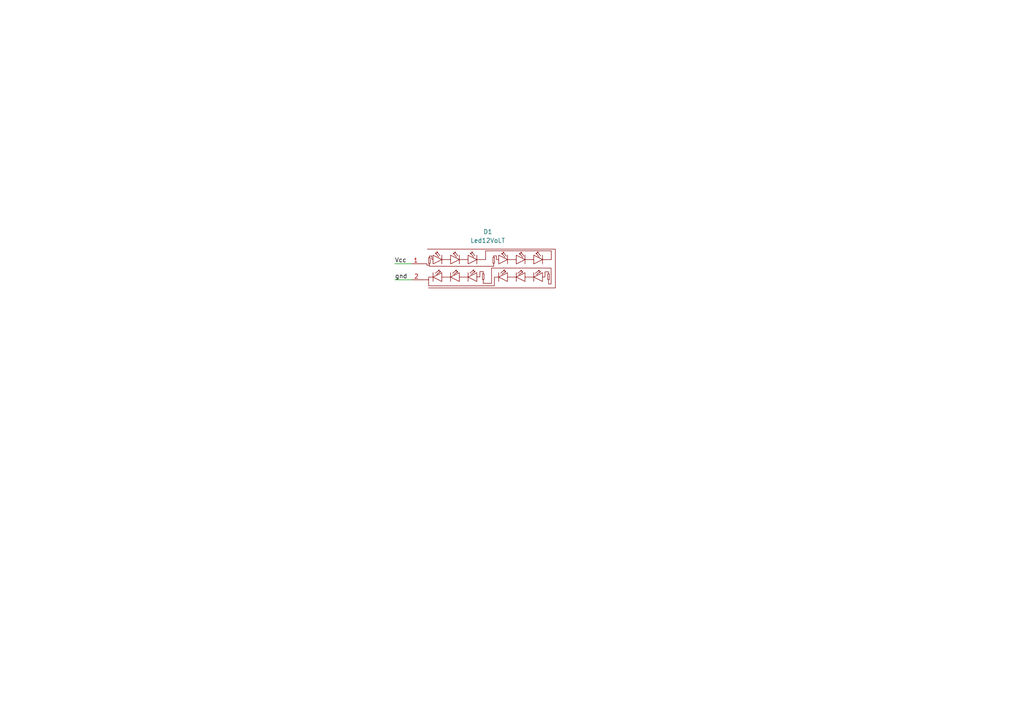
<source format=kicad_sch>
(kicad_sch (version 20211123) (generator eeschema)
  (paper "A4")
  (lib_symbols
    (symbol "MPM-90-12:Led12VoLT"
      (property "Reference" "D" (at 1.5494 19.431 0))
      (property "Value" "Led12VoLT" (at -5.588 19.431 0))
      (symbol "Led12VoLT_0_1"
        (polyline (pts (xy -12.4968 9.3726) (xy -10.16 9.3726)))
        (polyline (pts (xy -8.89 8.89) (xy -8.89 11.43)))
        (polyline (pts (xy -7.9883 16.9291) (xy -7.2771 16.0147)))
        (polyline (pts (xy -7.6073 17.2847) (xy -6.8707 16.3449)))
        (polyline (pts (xy -7.2898 12.0142) (xy -8.2042 11.303)))
        (polyline (pts (xy -6.9342 11.6332) (xy -7.874 10.8966)))
        (polyline (pts (xy -6.35 10.16) (xy -3.81 10.16)))
        (polyline (pts (xy -6.35 15.24) (xy -3.81 15.24)))
        (polyline (pts (xy -6.35 16.51) (xy -6.35 13.97)))
        (polyline (pts (xy -3.81 8.89) (xy -3.81 11.43)))
        (polyline (pts (xy -2.8067 16.8783) (xy -2.0955 15.9639)))
        (polyline (pts (xy -2.4257 17.2339) (xy -1.6891 16.2941)))
        (polyline (pts (xy -2.3114 11.9888) (xy -3.2258 11.2776)))
        (polyline (pts (xy -1.9558 11.6078) (xy -2.8956 10.8712)))
        (polyline (pts (xy -1.27 10.16) (xy 1.27 10.16)))
        (polyline (pts (xy -1.27 15.24) (xy 1.27 15.24)))
        (polyline (pts (xy -1.27 16.51) (xy -1.27 13.97)))
        (polyline (pts (xy 1.27 8.89) (xy 1.27 11.43)))
        (polyline (pts (xy 2.1463 16.9037) (xy 2.8575 15.9893)))
        (polyline (pts (xy 2.5273 17.2593) (xy 3.2639 16.3195)))
        (polyline (pts (xy 2.7178 12.0396) (xy 1.8034 11.3284)))
        (polyline (pts (xy 3.0734 11.6586) (xy 2.1336 10.922)))
        (polyline (pts (xy 3.81 16.51) (xy 3.81 13.97)))
        (polyline (pts (xy 10.16 8.89) (xy 10.16 11.43)))
        (polyline (pts (xy 11.2395 16.8275) (xy 11.9507 15.9131)))
        (polyline (pts (xy 11.6205 17.1831) (xy 12.3571 16.2433)))
        (polyline (pts (xy 11.6332 12.0396) (xy 10.7188 11.3284)))
        (polyline (pts (xy 11.9888 11.6586) (xy 11.049 10.922)))
        (polyline (pts (xy 12.7 10.16) (xy 15.24 10.16)))
        (polyline (pts (xy 12.7 16.51) (xy 12.7 13.97)))
        (polyline (pts (xy 15.24 8.89) (xy 15.24 11.43)))
        (polyline (pts (xy 15.24 15.24) (xy 12.7 15.24)))
        (polyline (pts (xy 16.3703 16.8021) (xy 17.0815 15.8877)))
        (polyline (pts (xy 16.5608 11.938) (xy 15.6464 11.2268)))
        (polyline (pts (xy 16.7513 17.1577) (xy 17.4879 16.2179)))
        (polyline (pts (xy 16.9164 11.557) (xy 15.9766 10.8204)))
        (polyline (pts (xy 17.78 10.16) (xy 20.32 10.16)))
        (polyline (pts (xy 17.78 15.24) (xy 20.32 15.24)))
        (polyline (pts (xy 17.78 16.51) (xy 17.78 13.97)))
        (polyline (pts (xy 20.32 8.89) (xy 20.32 11.43)))
        (polyline (pts (xy 21.1709 16.9037) (xy 21.8821 15.9893)))
        (polyline (pts (xy 21.5519 17.2593) (xy 22.2885 16.3195)))
        (polyline (pts (xy 21.6916 11.9634) (xy 20.7772 11.2522)))
        (polyline (pts (xy 22.0472 11.5824) (xy 21.1074 10.8458)))
        (polyline (pts (xy 22.86 16.51) (xy 22.86 13.97)))
        (polyline (pts (xy -12.6238 14.0208) (xy -10.668 14.0208) (xy -10.668 13.6144) (xy -9.9568 13.6144)))
        (polyline (pts (xy -10.541 18.2626) (xy 26.5684 18.2626) (xy 26.5938 7.0104) (xy -10.2108 7.0104)))
        (polyline (pts (xy -9.9568 14.097) (xy -9.9568 13.3096) (xy 8.7122 13.2842) (xy 8.7122 14.1478)))
        (polyline (pts (xy -8.89 16.51) (xy -8.89 13.97) (xy -6.35 15.24) (xy -8.89 16.51)))
        (polyline (pts (xy -8.1407 16.9037) (xy -7.9121 17.0815) (xy -8.1915 17.1831) (xy -8.1407 16.9037)))
        (polyline (pts (xy -7.7597 17.2339) (xy -7.5311 17.4117) (xy -7.8105 17.5133) (xy -7.7597 17.2339)))
        (polyline (pts (xy -7.3152 12.1666) (xy -7.1374 11.938) (xy -7.0358 12.2174) (xy -7.3152 12.1666)))
        (polyline (pts (xy -6.985 11.7856) (xy -6.8072 11.557) (xy -6.7056 11.8364) (xy -6.985 11.7856)))
        (polyline (pts (xy -6.35 8.89) (xy -6.35 11.43) (xy -8.89 10.16) (xy -6.35 8.89)))
        (polyline (pts (xy -3.81 16.51) (xy -3.81 13.97) (xy -1.27 15.24) (xy -3.81 16.51)))
        (polyline (pts (xy -2.9591 16.8529) (xy -2.7305 17.0307) (xy -3.0099 17.1323) (xy -2.9591 16.8529)))
        (polyline (pts (xy -2.5781 17.1831) (xy -2.3495 17.3609) (xy -2.6289 17.4625) (xy -2.5781 17.1831)))
        (polyline (pts (xy -2.3368 12.1412) (xy -2.159 11.9126) (xy -2.0574 12.192) (xy -2.3368 12.1412)))
        (polyline (pts (xy -2.0066 11.7602) (xy -1.8288 11.5316) (xy -1.7272 11.811) (xy -2.0066 11.7602)))
        (polyline (pts (xy -1.27 8.89) (xy -1.27 11.43) (xy -3.81 10.16) (xy -1.27 8.89)))
        (polyline (pts (xy 1.27 16.51) (xy 1.27 13.97) (xy 3.81 15.24) (xy 1.27 16.51)))
        (polyline (pts (xy 1.9939 16.8783) (xy 2.2225 17.0561) (xy 1.9431 17.1577) (xy 1.9939 16.8783)))
        (polyline (pts (xy 2.3749 17.2085) (xy 2.6035 17.3863) (xy 2.3241 17.4879) (xy 2.3749 17.2085)))
        (polyline (pts (xy 2.6924 12.192) (xy 2.8702 11.9634) (xy 2.9718 12.2428) (xy 2.6924 12.192)))
        (polyline (pts (xy 3.0226 11.811) (xy 3.2004 11.5824) (xy 3.302 11.8618) (xy 3.0226 11.811)))
        (polyline (pts (xy 3.81 8.89) (xy 3.81 11.43) (xy 1.27 10.16) (xy 3.81 8.89)))
        (polyline (pts (xy 10.16 16.51) (xy 10.16 13.97) (xy 12.7 15.24) (xy 10.16 16.51)))
        (polyline (pts (xy 11.0871 16.8021) (xy 11.3157 16.9799) (xy 11.0363 17.0815) (xy 11.0871 16.8021)))
        (polyline (pts (xy 11.4681 17.1323) (xy 11.6967 17.3101) (xy 11.4173 17.4117) (xy 11.4681 17.1323)))
        (polyline (pts (xy 11.6078 12.192) (xy 11.7856 11.9634) (xy 11.8872 12.2428) (xy 11.6078 12.192)))
        (polyline (pts (xy 11.938 11.811) (xy 12.1158 11.5824) (xy 12.2174 11.8618) (xy 11.938 11.811)))
        (polyline (pts (xy 12.7 8.89) (xy 12.7 11.43) (xy 10.16 10.16) (xy 12.7 8.89)))
        (polyline (pts (xy 15.24 16.51) (xy 15.24 13.97) (xy 17.78 15.24) (xy 15.24 16.51)))
        (polyline (pts (xy 16.2179 16.7767) (xy 16.4465 16.9545) (xy 16.1671 17.0561) (xy 16.2179 16.7767)))
        (polyline (pts (xy 16.5354 12.0904) (xy 16.7132 11.8618) (xy 16.8148 12.1412) (xy 16.5354 12.0904)))
        (polyline (pts (xy 16.5989 17.1069) (xy 16.8275 17.2847) (xy 16.5481 17.3863) (xy 16.5989 17.1069)))
        (polyline (pts (xy 16.8656 11.7094) (xy 17.0434 11.4808) (xy 17.145 11.7602) (xy 16.8656 11.7094)))
        (polyline (pts (xy 17.78 8.89) (xy 17.78 11.43) (xy 15.24 10.16) (xy 17.78 8.89)))
        (polyline (pts (xy 20.32 16.51) (xy 20.32 13.97) (xy 22.86 15.24) (xy 20.32 16.51)))
        (polyline (pts (xy 21.0185 16.8783) (xy 21.2471 17.0561) (xy 20.9677 17.1577) (xy 21.0185 16.8783)))
        (polyline (pts (xy 21.3995 17.2085) (xy 21.6281 17.3863) (xy 21.3487 17.4879) (xy 21.3995 17.2085)))
        (polyline (pts (xy 21.6662 12.1158) (xy 21.844 11.8872) (xy 21.9456 12.1666) (xy 21.6662 12.1158)))
        (polyline (pts (xy 21.9964 11.7348) (xy 22.1742 11.5062) (xy 22.2758 11.7856) (xy 21.9964 11.7348)))
        (polyline (pts (xy 22.86 8.89) (xy 22.86 11.43) (xy 20.32 10.16) (xy 22.86 8.89)))
        (polyline (pts (xy -10.1854 15.7734) (xy -10.1854 14.097) (xy -9.7282 14.097) (xy -9.7282 15.7988) (xy -10.1854 15.7988)))
        (polyline (pts (xy -9.9568 15.8242) (xy -9.9568 16.256) (xy -9.2456 16.256) (xy -9.2456 15.3162) (xy -8.9154 15.3162)))
        (polyline (pts (xy 3.81 10.2108) (xy 4.699 10.2108) (xy 4.699 11.7602) (xy 5.6642 11.7602) (xy 5.6642 11.1506)))
        (polyline (pts (xy 5.4356 11.0998) (xy 5.4356 9.4234) (xy 5.8928 9.4234) (xy 5.8928 11.1252) (xy 5.4356 11.1252)))
        (polyline (pts (xy 8.4836 15.875) (xy 8.4836 14.1986) (xy 8.9408 14.1986) (xy 8.9408 15.9004) (xy 8.4836 15.9004)))
        (polyline (pts (xy 10.16 15.24) (xy 9.525 15.24) (xy 9.525 16.3068) (xy 8.6868 16.3068) (xy 8.6868 15.9258)))
        (polyline (pts (xy 24.384 11.0744) (xy 24.384 9.398) (xy 24.8412 9.398) (xy 24.8412 11.0998) (xy 24.384 11.0998)))
        (polyline (pts (xy -8.89 10.16) (xy -10.16 10.16) (xy -10.16 7.62) (xy 8.89 7.62) (xy 8.89 10.16) (xy 10.16 10.16)))
        (polyline (pts (xy 3.81 15.24) (xy 6.35 15.24) (xy 6.35 17.78) (xy 22.86 17.78) (xy 25.4 17.78) (xy 25.4 15.24) (xy 22.86 15.24)))
        (polyline (pts (xy 22.86 10.1854) (xy 23.5712 10.1854) (xy 23.5712 11.684) (xy 24.5618 11.684) (xy 24.5872 11.684) (xy 24.6126 11.684) (xy 24.6126 11.1252)))
        (polyline (pts (xy 5.6642 9.4234) (xy 5.6642 8.3566) (xy 8.0772 8.3566) (xy 8.0772 12.7762) (xy 25.3492 12.7762) (xy 25.3492 8.1534) (xy 24.6126 8.1534) (xy 24.6126 9.398)))
      )
      (symbol "Led12VoLT_1_1"
        (pin passive line (at -15.1638 14.0208 0) (length 2.54) (name "") (number "1"))
        (pin passive line (at -14.986 9.3726 0) (length 2.54) (name "") (number "2"))
      )
    )
  )
  (wire (pts (xy 114.4778 76.5048) (xy 119.3292 76.5048)))
  (wire (pts (xy 114.5286 81.153) (xy 119.507 81.153)))
  (label "Vcc" (at 114.4778 76.5048 0))
  (label "gnd" (at 114.5286 81.153 0))
  (symbol (lib_id "MPM-90-12:Led12VoLT") (at 134.493 90.5256 0) (unit 1)
    (property "Reference" "D1" (at 141.478 67.2338 0))
    (property "Value" "Led12VoLT" (at 141.478 69.7738 0))
    (property "Footprint" "MPM-90-12:Led_12_Volt" (effects hide))
  )
)
</source>
